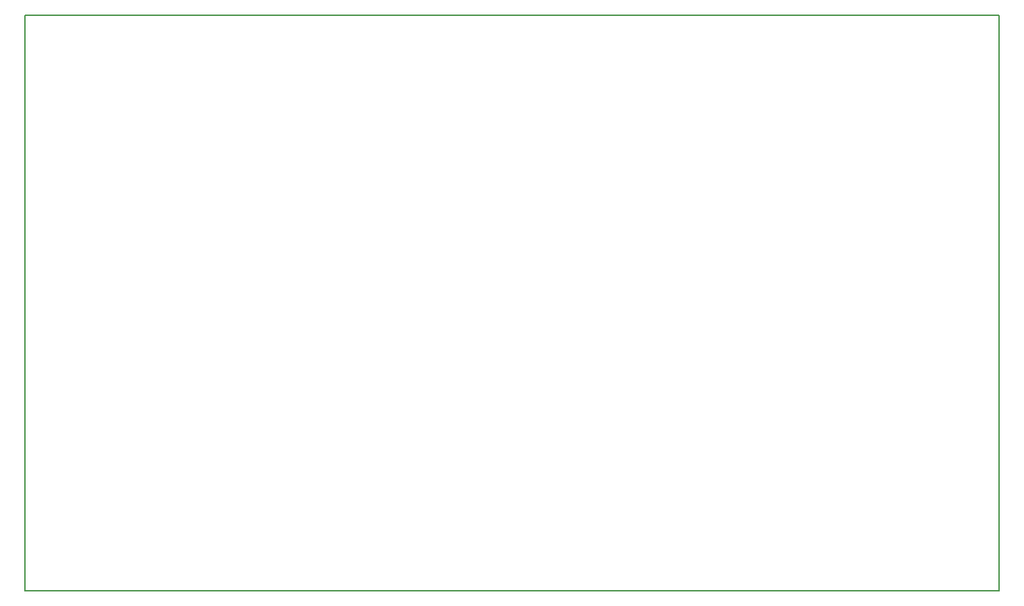
<source format=gbr>
%TF.GenerationSoftware,KiCad,Pcbnew,(6.0.0)*%
%TF.CreationDate,2022-02-28T19:19:02-05:00*%
%TF.ProjectId,MP3DP_Controller,4d503344-505f-4436-9f6e-74726f6c6c65,rev?*%
%TF.SameCoordinates,Original*%
%TF.FileFunction,Profile,NP*%
%FSLAX46Y46*%
G04 Gerber Fmt 4.6, Leading zero omitted, Abs format (unit mm)*
G04 Created by KiCad (PCBNEW (6.0.0)) date 2022-02-28 19:19:02*
%MOMM*%
%LPD*%
G01*
G04 APERTURE LIST*
%TA.AperFunction,Profile*%
%ADD10C,0.150000*%
%TD*%
G04 APERTURE END LIST*
D10*
X144650000Y-23850000D02*
X25600000Y-23850000D01*
X25600000Y-23850000D02*
X25600000Y-94250000D01*
X25600000Y-94250000D02*
X144650000Y-94250000D01*
X144650000Y-94250000D02*
X144650000Y-23850000D01*
M02*

</source>
